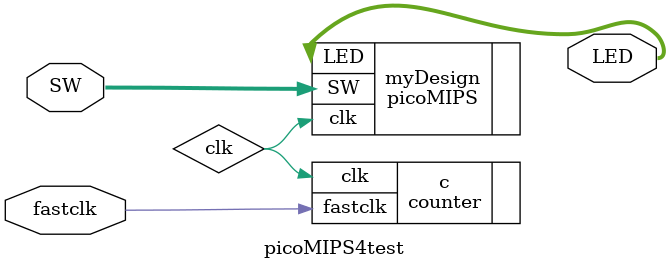
<source format=sv>
module picoMIPS4test(
    input logic fastclk,  // 50MHz Altera DE0 clock
    input logic [9:0] SW, // Switches SW0..SW9
    //input logic [3:0] BUTTON,
    output logic [7:0] LED/*,
    output wire [6:0] SEG4*/); // LEDs
    
    logic clk; // slow clock, about 10Hz
    
    counter c (.fastclk(fastclk),.clk(clk)); // slow clk from counter
    
    // to obtain the cost figure, synthesise your design without the counter 
    // and the picoMIPS4test module using Cyclone IV E as target
    // and make a note of the synthesis statistics
    picoMIPS myDesign (.clk(clk), /*.nRst(BUTTON[0]), */.SW(SW), .LED(LED)/*, .SEG4(SEG4)*/);
    
  endmodule  
</source>
